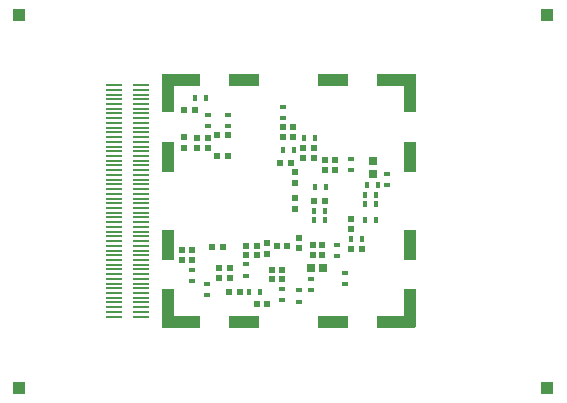
<source format=gbp>
G04 (created by PCBNEW (2013-07-07 BZR 4022)-stable) date 24/11/2015 00:30:32*
%MOIN*%
G04 Gerber Fmt 3.4, Leading zero omitted, Abs format*
%FSLAX34Y34*%
G01*
G70*
G90*
G04 APERTURE LIST*
%ADD10C,0.00590551*%
%ADD11R,0.0195X0.0175*%
%ADD12R,0.0175X0.0195*%
%ADD13R,0.0314X0.0275*%
%ADD14R,0.0275X0.0314*%
%ADD15R,0.0195X0.0195*%
%ADD16R,0.0392X0.0392*%
%ADD17R,0.0393701X0.129921*%
%ADD18R,0.129921X0.0393701*%
%ADD19R,0.0393701X0.102362*%
%ADD20R,0.102362X0.0393701*%
%ADD21R,0.0566929X0.00905512*%
G04 APERTURE END LIST*
G54D10*
G54D11*
X69114Y-54972D03*
X69114Y-55342D03*
X70059Y-54657D03*
X70059Y-55027D03*
X66614Y-54815D03*
X66614Y-55185D03*
X67303Y-49555D03*
X67303Y-49185D03*
X69133Y-49279D03*
X69133Y-48909D03*
X66633Y-49555D03*
X66633Y-49185D03*
G54D12*
X69834Y-49940D03*
X70204Y-49940D03*
G54D11*
X67913Y-54165D03*
X67913Y-54535D03*
X72618Y-51153D03*
X72618Y-51523D03*
X69685Y-55401D03*
X69685Y-55031D03*
G54D12*
X70578Y-51594D03*
X70208Y-51594D03*
X68373Y-55078D03*
X68003Y-55078D03*
X66562Y-48602D03*
X66192Y-48602D03*
X71881Y-52677D03*
X72251Y-52677D03*
G54D11*
X71417Y-51011D03*
X71417Y-50641D03*
G54D12*
X69496Y-50354D03*
X69126Y-50354D03*
X71881Y-52145D03*
X72251Y-52145D03*
G54D11*
X71220Y-54440D03*
X71220Y-54810D03*
G54D12*
X70169Y-52381D03*
X70539Y-52381D03*
X71409Y-53326D03*
X71779Y-53326D03*
X70169Y-52696D03*
X70539Y-52696D03*
X72251Y-51850D03*
X71881Y-51850D03*
G54D11*
X66122Y-54342D03*
X66122Y-54712D03*
X70925Y-53885D03*
X70925Y-53515D03*
G54D12*
X71940Y-51515D03*
X72310Y-51515D03*
G54D13*
X72125Y-51159D03*
X72125Y-50729D03*
G54D14*
X70060Y-54291D03*
X70490Y-54291D03*
G54D15*
X71417Y-53641D03*
X71771Y-53641D03*
X69527Y-51948D03*
X69527Y-52302D03*
X66121Y-54015D03*
X65767Y-54015D03*
X68621Y-55492D03*
X68267Y-55492D03*
X66200Y-49015D03*
X65846Y-49015D03*
X67696Y-55078D03*
X67342Y-55078D03*
X66121Y-53681D03*
X65767Y-53681D03*
X67007Y-54271D03*
X67007Y-54625D03*
X69114Y-54665D03*
X68760Y-54665D03*
X70452Y-53504D03*
X70452Y-53858D03*
X69823Y-50295D03*
X70177Y-50295D03*
X69134Y-49586D03*
X69488Y-49586D03*
X66633Y-49960D03*
X66279Y-49960D03*
X67302Y-49862D03*
X66948Y-49862D03*
X67913Y-53858D03*
X68267Y-53858D03*
X66771Y-53582D03*
X67125Y-53582D03*
X70866Y-51023D03*
X70866Y-50669D03*
X71397Y-52991D03*
X71397Y-52637D03*
X70177Y-52047D03*
X70531Y-52047D03*
X69823Y-50610D03*
X70177Y-50610D03*
X69527Y-51082D03*
X69527Y-51436D03*
X70137Y-53504D03*
X70137Y-53858D03*
X69114Y-54350D03*
X68760Y-54350D03*
X67362Y-54271D03*
X67362Y-54625D03*
X66633Y-50275D03*
X66279Y-50275D03*
X67302Y-50551D03*
X66948Y-50551D03*
X69134Y-49901D03*
X69488Y-49901D03*
X67913Y-53562D03*
X68267Y-53562D03*
X69291Y-53562D03*
X68937Y-53562D03*
X69409Y-50787D03*
X69055Y-50787D03*
X70551Y-51023D03*
X70551Y-50669D03*
X69665Y-53267D03*
X69665Y-53621D03*
X65846Y-50275D03*
X65846Y-49921D03*
X68602Y-53818D03*
X68602Y-53464D03*
G54D16*
X60354Y-58267D03*
X60354Y-45866D03*
X77952Y-58267D03*
X77952Y-45866D03*
G54D17*
X65295Y-48464D03*
G54D18*
X65748Y-48011D03*
G54D17*
X65295Y-55629D03*
G54D18*
X65748Y-56082D03*
X72913Y-48011D03*
G54D17*
X73366Y-48464D03*
X73366Y-55629D03*
G54D18*
X72913Y-56082D03*
G54D19*
X73366Y-50570D03*
X73366Y-53523D03*
X65295Y-53523D03*
G54D20*
X70807Y-56082D03*
X67854Y-56082D03*
X70807Y-48011D03*
X67854Y-48011D03*
G54D19*
X65295Y-50570D03*
G54D21*
X64417Y-52283D03*
X64417Y-52598D03*
X64417Y-52440D03*
X64417Y-52755D03*
X64417Y-53385D03*
X64417Y-53228D03*
X64417Y-52913D03*
X64417Y-53070D03*
X64417Y-54645D03*
X64417Y-54488D03*
X64417Y-54173D03*
X64417Y-54330D03*
X64417Y-53700D03*
X64417Y-53543D03*
X64417Y-53858D03*
X64417Y-54015D03*
X64417Y-55275D03*
X64417Y-55118D03*
X64417Y-54803D03*
X64417Y-54960D03*
X64417Y-55590D03*
X64417Y-55433D03*
X64417Y-55748D03*
X64417Y-55905D03*
X63496Y-54173D03*
X63496Y-54015D03*
X63496Y-53700D03*
X63496Y-53858D03*
X63496Y-55433D03*
X63496Y-55275D03*
X63496Y-54960D03*
X63496Y-55118D03*
X63496Y-54488D03*
X63496Y-54330D03*
X63496Y-54645D03*
X63496Y-54803D03*
X63496Y-55905D03*
X63496Y-55590D03*
X63496Y-55748D03*
X64417Y-52125D03*
X63496Y-53228D03*
X63496Y-53070D03*
X63496Y-52755D03*
X63496Y-52913D03*
X63496Y-53543D03*
X63496Y-53385D03*
X63496Y-52283D03*
X63496Y-52125D03*
X63496Y-52440D03*
X63496Y-52598D03*
X63496Y-48818D03*
X63496Y-48661D03*
X63496Y-48346D03*
X63496Y-48503D03*
X64417Y-48818D03*
X64417Y-48661D03*
X64417Y-48346D03*
X64417Y-48503D03*
X64417Y-48188D03*
X63496Y-48188D03*
X63496Y-49448D03*
X63496Y-49291D03*
X63496Y-48976D03*
X63496Y-49133D03*
X64417Y-49448D03*
X64417Y-49291D03*
X64417Y-48976D03*
X64417Y-49133D03*
X63496Y-50708D03*
X63496Y-50551D03*
X63496Y-50236D03*
X63496Y-50393D03*
X64417Y-50708D03*
X64417Y-50551D03*
X64417Y-50236D03*
X64417Y-50393D03*
X64417Y-49763D03*
X64417Y-49606D03*
X64417Y-49921D03*
X64417Y-50078D03*
X63496Y-49763D03*
X63496Y-49606D03*
X63496Y-49921D03*
X63496Y-50078D03*
X63496Y-51338D03*
X63496Y-51181D03*
X63496Y-50866D03*
X63496Y-51023D03*
X64417Y-51338D03*
X64417Y-51181D03*
X64417Y-50866D03*
X64417Y-51023D03*
X64417Y-51653D03*
X64417Y-51496D03*
X64417Y-51811D03*
X64417Y-51968D03*
X63496Y-51653D03*
X63496Y-51496D03*
X63496Y-51811D03*
X63496Y-51968D03*
M02*

</source>
